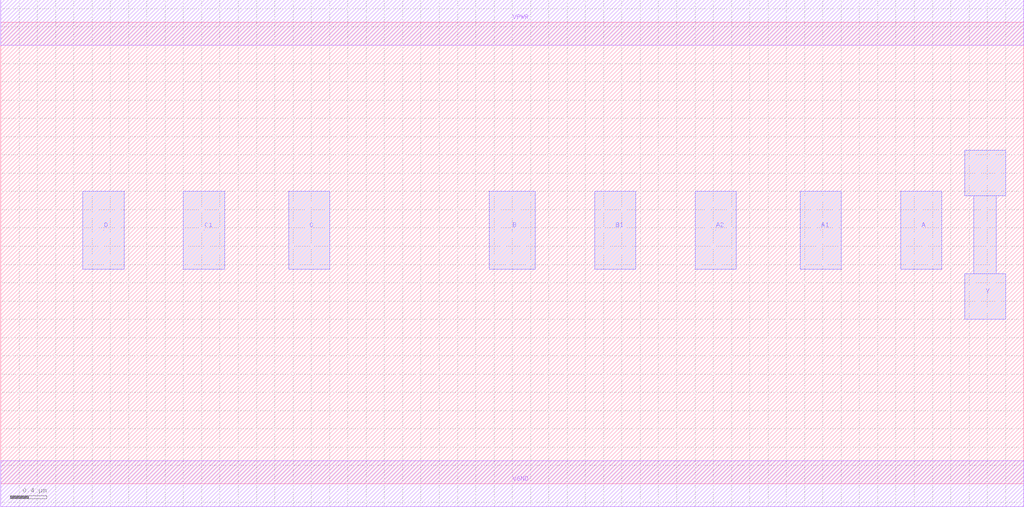
<source format=lef>
VERSION 5.7 ;
  NOWIREEXTENSIONATPIN ON ;
  DIVIDERCHAR "/" ;
  BUSBITCHARS "[]" ;
MACRO AAAOAI3221
  CLASS CORE ;
  FOREIGN AAAOAI3221 ;
  ORIGIN 0.000 0.000 ;
  SIZE 11.200 BY 5.050 ;
  SYMMETRY X Y R90 ;
  SITE unit ;
  PIN VPWR
    DIRECTION INOUT ;
    USE POWER ;
    SHAPE ABUTMENT ;
    PORT
      LAYER Metal1 ;
        RECT 0.000 4.800 11.200 5.300 ;
    END
  END VPWR
  PIN VGND
    DIRECTION INOUT ;
    USE GROUND ;
    SHAPE ABUTMENT ;
    PORT
      LAYER Metal1 ;
        RECT 0.000 -0.250 11.200 0.250 ;
    END
  END VGND
  PIN Y
    DIRECTION INOUT ;
    USE SIGNAL ;
    SHAPE ABUTMENT ;
    PORT
      LAYER Metal2 ;
        RECT 10.550 3.150 11.000 3.650 ;
        RECT 10.650 2.300 10.900 3.150 ;
        RECT 10.550 1.800 11.000 2.300 ;
    END
  END Y
  PIN A2
    DIRECTION INOUT ;
    USE SIGNAL ;
    SHAPE ABUTMENT ;
    PORT
      LAYER Metal2 ;
        RECT 7.600 2.350 8.050 3.200 ;
    END
  END A2
  PIN A
    DIRECTION INOUT ;
    USE SIGNAL ;
    SHAPE ABUTMENT ;
    PORT
      LAYER Metal2 ;
        RECT 9.850 2.350 10.300 3.200 ;
    END
  END A
  PIN C
    DIRECTION INOUT ;
    USE SIGNAL ;
    SHAPE ABUTMENT ;
    PORT
      LAYER Metal2 ;
        RECT 3.150 2.350 3.600 3.200 ;
    END
  END C
  PIN B1
    DIRECTION INOUT ;
    USE SIGNAL ;
    SHAPE ABUTMENT ;
    PORT
      LAYER Metal2 ;
        RECT 6.500 2.350 6.950 3.200 ;
    END
  END B1
  PIN A1
    DIRECTION INOUT ;
    USE SIGNAL ;
    SHAPE ABUTMENT ;
    PORT
      LAYER Metal2 ;
        RECT 8.750 2.350 9.200 3.200 ;
    END
  END A1
  PIN C1
    DIRECTION INOUT ;
    USE SIGNAL ;
    SHAPE ABUTMENT ;
    PORT
      LAYER Metal2 ;
        RECT 2.000 2.350 2.450 3.200 ;
    END
  END C1
  PIN B
    DIRECTION INOUT ;
    USE SIGNAL ;
    SHAPE ABUTMENT ;
    PORT
      LAYER Metal2 ;
        RECT 5.350 2.350 5.850 3.200 ;
    END
  END B
  PIN D
    DIRECTION INOUT ;
    USE SIGNAL ;
    SHAPE ABUTMENT ;
    PORT
      LAYER Metal2 ;
        RECT 0.900 2.350 1.350 3.200 ;
    END
  END D
END AAAOAI3221
END LIBRARY


</source>
